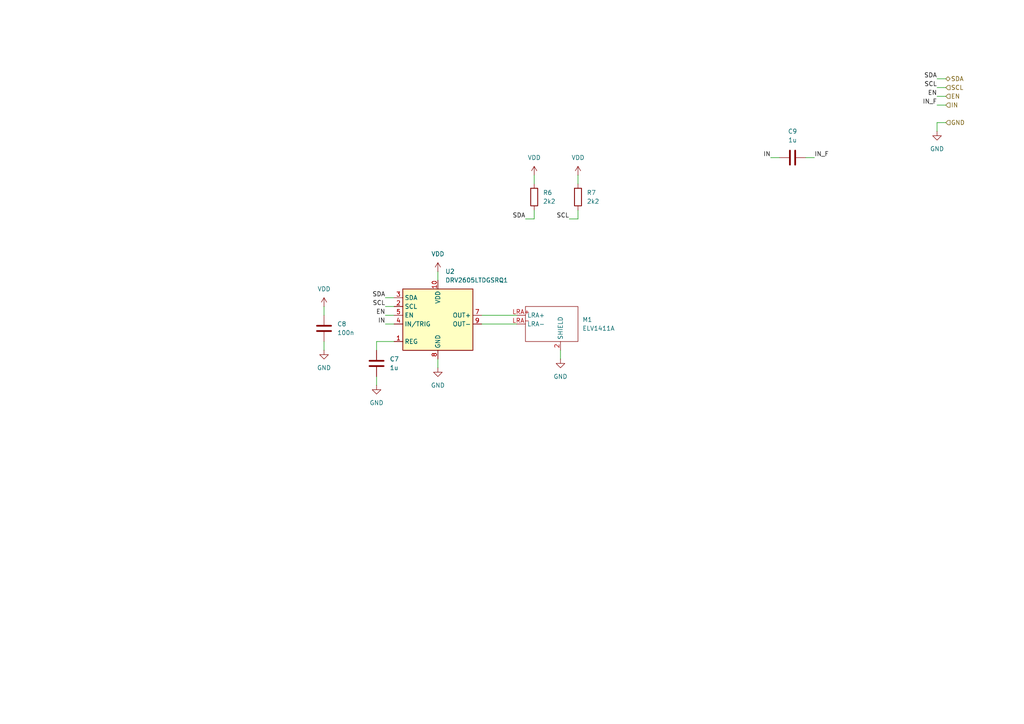
<source format=kicad_sch>
(kicad_sch (version 20250114) (generator "eeschema") (generator_version "9.0")
  (paper "A4")
  (lib_symbols
    (symbol "Component_lib:C" (pin_numbers (hide yes)) (pin_names (offset 0.254))
      (property "Reference" "C" (at 0.635 -1.27 0))
      (property "Value" "C" (at 0.635 -6.35 0))
      (symbol "C_0_1"
        (polyline (pts (xy -2.032 -3.048) (xy 2.032 -3.048)) (stroke (width 0.508)))
        (polyline (pts (xy -2.032 -4.572) (xy 2.032 -4.572)) (stroke (width 0.508)))
      )
      (symbol "C_1_1"
        (pin passive line (at 0 0 270) (length 2.794) (name "~") (number "1"))
        (pin passive line (at 0 -7.62 90) (length 2.794) (name "~") (number "2"))
      )
    )
    (symbol "Component_lib:DRV2605LTDGSRQ1"
      (property "Reference" "U" (at 15.24 7.62 0))
      (property "Value" "DRV2605LTDGSRQ1" (at 15.24 5.08 0))
      (symbol "DRV2605LTDGSRQ1_1_1"
        (rectangle (start 2.54 2.54) (end 22.86 -15.24) (stroke (width 0.254)) (fill (type background)))
        (pin passive line (at 0 0 0) (length 2.54) (name "SDA") (number "3"))
        (pin passive line (at 0 -2.54 0) (length 2.54) (name "SCL") (number "2"))
        (pin passive line (at 0 -5.08 0) (length 2.54) (name "EN") (number "5"))
        (pin passive line (at 0 -7.62 0) (length 2.54) (name "IN/TRIG") (number "4"))
        (pin passive line (at 0 -12.7 0) (length 2.54) (name "REG") (number "1"))
        (pin passive line (at 12.7 5.08 270) (length 2.54) (name "VDD") (number "10"))
        (pin passive line (at 12.7 5.08 270) (length 2.54) (hide yes) (name "VDD/NC") (number "6"))
        (pin passive line (at 12.7 -17.78 90) (length 2.54) (name "GND") (number "8"))
        (pin passive line (at 25.4 -5.08 180) (length 2.54) (name "OUT+") (number "7"))
        (pin passive line (at 25.4 -7.62 180) (length 2.54) (name "OUT-") (number "9"))
      )
    )
    (symbol "Component_lib:ELV1411A"
      (property "Reference" "M" (at 2.54 7.62 0))
      (property "Value" "ELV1411A" (at 2.54 5.08 0))
      (symbol "ELV1411A_0_1"
        (rectangle (start 2.54 2.54) (end 17.78 -7.62))
      )
      (symbol "ELV1411A_1_1"
        (pin input line (at 0 0 0) (length 2.54) (name "LRA+") (number "LRA+"))
        (pin input line (at 0 -2.54 0) (length 2.54) (name "LRA-") (number "LRA-"))
        (pin passive line (at 12.7 -10.16 90) (length 2.54) (name "SHIELD") (number "2"))
      )
    )
    (symbol "Component_lib:R" (pin_numbers (hide yes)) (pin_names (offset 0))
      (property "Reference" "R" (at 2.032 -3.81 90))
      (property "Value" "R" (at 0 -3.81 90))
      (symbol "R_0_1"
        (rectangle (start -1.016 -6.35) (end 1.016 -1.27) (stroke (width 0.254)))
      )
      (symbol "R_1_1"
        (pin passive line (at 0 0 270) (length 1.27) (name "~") (number "1"))
        (pin passive line (at 0 -7.62 90) (length 1.27) (name "~") (number "2"))
      )
    )
    (symbol "power:GND" (power) (pin_numbers (hide yes)) (pin_names (offset 0) (hide yes))
      (property "Value" "GND" (at 0 -3.81 0))
      (symbol "GND_0_1"
        (polyline (pts (xy 0 0) (xy 0 -1.27) (xy 1.27 -1.27) (xy 0 -2.54) (xy -1.27 -1.27) (xy 0 -1.27)))
      )
      (symbol "GND_1_1"
        (pin power_in line (at 0 0 270) (length 0) (name "~") (number "1"))
      )
    )
    (symbol "power:VDD" (power) (pin_numbers (hide yes)) (pin_names (offset 0) (hide yes))
      (property "Value" "VDD" (at 0 3.556 0))
      (symbol "VDD_0_1"
        (polyline (pts (xy -0.762 1.27) (xy 0 2.54)))
        (polyline (pts (xy 0 2.54) (xy 0.762 1.27)))
        (polyline (pts (xy 0 0) (xy 0 2.54)))
      )
      (symbol "VDD_1_1"
        (pin power_in line (at 0 0 90) (length 0) (name "~") (number "1"))
      )
    )
  )
  (wire (pts (xy 167.64 63.5) (xy 167.64 60.96)))
  (wire (pts (xy 271.78 35.56) (xy 271.78 38.1)))
  (wire (pts (xy 93.98 99.06) (xy 93.98 101.6)))
  (wire (pts (xy 271.78 22.86) (xy 274.32 22.86)))
  (wire (pts (xy 109.22 109.22) (xy 109.22 111.76)))
  (wire (pts (xy 154.94 50.8) (xy 154.94 53.34)))
  (wire (pts (xy 167.64 50.8) (xy 167.64 53.34)))
  (wire (pts (xy 152.4 63.5) (xy 154.94 63.5)))
  (wire (pts (xy 111.76 86.36) (xy 114.3 86.36)))
  (wire (pts (xy 127 104.14) (xy 127 106.68)))
  (wire (pts (xy 114.3 99.06) (xy 109.22 99.06)))
  (wire (pts (xy 271.78 30.48) (xy 274.32 30.48)))
  (wire (pts (xy 274.32 35.56) (xy 271.78 35.56)))
  (wire (pts (xy 111.76 88.9) (xy 114.3 88.9)))
  (wire (pts (xy 223.52 45.72) (xy 226.06 45.72)))
  (wire (pts (xy 162.56 101.6) (xy 162.56 104.14)))
  (wire (pts (xy 165.1 63.5) (xy 167.64 63.5)))
  (wire (pts (xy 154.94 63.5) (xy 154.94 60.96)))
  (wire (pts (xy 139.7 91.44) (xy 149.86 91.44)))
  (wire (pts (xy 93.98 88.9) (xy 93.98 91.44)))
  (wire (pts (xy 139.7 93.98) (xy 149.86 93.98)))
  (wire (pts (xy 271.78 27.94) (xy 274.32 27.94)))
  (wire (pts (xy 236.22 45.72) (xy 233.68 45.72)))
  (wire (pts (xy 111.76 93.98) (xy 114.3 93.98)))
  (wire (pts (xy 271.78 25.4) (xy 274.32 25.4)))
  (wire (pts (xy 127 78.74) (xy 127 81.28)))
  (wire (pts (xy 111.76 91.44) (xy 114.3 91.44)))
  (wire (pts (xy 109.22 99.06) (xy 109.22 101.6)))
  (label "SDA" (at 111.76 86.36 180))
  (label "SDA" (at 271.78 22.86 180))
  (label "EN" (at 111.76 91.44 180))
  (label "IN_F" (at 271.78 30.48 180))
  (label "SCL" (at 271.78 25.4 180))
  (label "SCL" (at 165.1 63.5 180))
  (label "IN_F" (at 236.22 45.72 0))
  (label "EN" (at 271.78 27.94 180))
  (label "SCL" (at 111.76 88.9 180))
  (label "SDA" (at 152.4 63.5 180))
  (label "IN" (at 223.52 45.72 180))
  (label "IN" (at 111.76 93.98 180))
  (hierarchical_label "EN" (shape input) (at 274.32 27.94 0))
  (hierarchical_label "GND" (shape input) (at 274.32 35.56 0))
  (hierarchical_label "IN" (shape input) (at 274.32 30.48 0))
  (hierarchical_label "SCL" (shape input) (at 274.32 25.4 0))
  (hierarchical_label "SDA" (shape bidirectional) (at 274.32 22.86 0))
  (symbol (lib_id "power:GND") (at 93.98 101.6 0) (unit 1)
    (property "Reference" "#PWR018" (effects (hide yes)))
    (property "Value" "GND" (at 93.98 106.68 0))
    (property "Description" "Power symbol creates a global label with name \"GND\" , ground" (effects (hide yes)))
  )
  (symbol (lib_id "power:GND") (at 162.56 104.14 0) (unit 1)
    (property "Reference" "#PWR012" (effects (hide yes)))
    (property "Value" "GND" (at 162.56 109.22 0))
    (property "Description" "Power symbol creates a global label with name \"GND\" , ground" (effects (hide yes)))
  )
  (symbol (lib_id "Component_lib:C") (at 109.22 101.6 0) (unit 1)
    (property "Reference" "C7" (at 113.03 104.1399 0) (effects (justify left)))
    (property "Value" "1u" (at 113.03 106.6799 0) (effects (justify left)))
    (property "Description" "Unpolarized capacitor" (effects (hide yes)))
  )
  (symbol (lib_id "power:GND") (at 127 106.68 0) (unit 1)
    (property "Reference" "#PWR011" (effects (hide yes)))
    (property "Value" "GND" (at 127 111.76 0))
    (property "Description" "Power symbol creates a global label with name \"GND\" , ground" (effects (hide yes)))
  )
  (symbol (lib_id "Component_lib:R") (at 167.64 53.34 0) (unit 1)
    (property "Reference" "R7" (at 170.18 55.8799 0) (effects (justify left)))
    (property "Value" "2k2" (at 170.18 58.4199 0) (effects (justify left)))
    (property "Description" "Resistor" (effects (hide yes)))
  )
  (symbol (lib_id "power:GND") (at 109.22 111.76 0) (unit 1)
    (property "Reference" "#PWR014" (effects (hide yes)))
    (property "Value" "GND" (at 109.22 116.84 0))
    (property "Description" "Power symbol creates a global label with name \"GND\" , ground" (effects (hide yes)))
  )
  (symbol (lib_id "power:VDD") (at 167.64 50.8 0) (unit 1)
    (property "Reference" "#PWR016" (effects (hide yes)))
    (property "Value" "VDD" (at 167.64 45.72 0))
    (property "Description" "Power symbol creates a global label with name \"VDD\"" (effects (hide yes)))
  )
  (symbol (lib_id "Component_lib:ELV1411A") (at 149.86 91.44 0) (unit 1)
    (property "Reference" "M1" (at 168.91 92.7099 0) (effects (justify left)))
    (property "Value" "ELV1411A" (at 168.91 95.2499 0) (effects (justify left)))
    (property "Footprint" "Component_lib:ELV1411A" (effects (hide yes)))
    (property "Datasheet" "https://nfpshop.ch/wp-content/uploads/2021/01/NFP-ELV1411A.pdf" (effects (hide yes)))
    (property "Description" "Electromagnetic Linear Vibrator" (effects (hide yes)))
  )
  (symbol (lib_id "power:VDD") (at 154.94 50.8 0) (unit 1)
    (property "Reference" "#PWR015" (effects (hide yes)))
    (property "Value" "VDD" (at 154.94 45.72 0))
    (property "Description" "Power symbol creates a global label with name \"VDD\"" (effects (hide yes)))
  )
  (symbol (lib_id "power:VDD") (at 127 78.74 0) (unit 1)
    (property "Reference" "#PWR013" (effects (hide yes)))
    (property "Value" "VDD" (at 127 73.66 0))
    (property "Description" "Power symbol creates a global label with name \"VDD\"" (effects (hide yes)))
  )
  (symbol (lib_id "Component_lib:C") (at 226.06 45.72 90) (unit 1)
    (property "Reference" "C9" (at 229.87 38.1 90))
    (property "Value" "1u" (at 229.87 40.64 90))
    (property "Description" "Unpolarized capacitor" (effects (hide yes)))
  )
  (symbol (lib_id "Component_lib:C") (at 93.98 91.44 0) (unit 1)
    (property "Reference" "C8" (at 97.79 93.9799 0) (effects (justify left)))
    (property "Value" "100n" (at 97.79 96.5199 0) (effects (justify left)))
    (property "Description" "Unpolarized capacitor" (effects (hide yes)))
  )
  (symbol (lib_id "power:VDD") (at 93.98 88.9 0) (unit 1)
    (property "Reference" "#PWR017" (effects (hide yes)))
    (property "Value" "VDD" (at 93.98 83.82 0))
    (property "Description" "Power symbol creates a global label with name \"VDD\"" (effects (hide yes)))
  )
  (symbol (lib_id "power:GND") (at 271.78 38.1 0) (unit 1)
    (property "Reference" "#PWR05" (effects (hide yes)))
    (property "Value" "GND" (at 271.78 43.18 0))
    (property "Description" "Power symbol creates a global label with name \"GND\" , ground" (effects (hide yes)))
  )
  (symbol (lib_id "Component_lib:DRV2605LTDGSRQ1") (at 114.3 86.36 0) (unit 1)
    (property "Reference" "U2" (at 129.1433 78.74 0) (effects (justify left)))
    (property "Value" "DRV2605LTDGSRQ1" (at 129.1433 81.28 0) (effects (justify left)))
    (property "Footprint" "Component_lib:DRV2605LTDGSRQ1" (effects (hide yes)))
    (property "Datasheet" "https://www.mouser.ch/ProductDetail/Texas-Instruments/DRV2605LTDGSRQ1?qs=bY1dm4K8r4X1ywSIFHWcUw%3D%3D" (effects (hide yes)))
    (property "Description" "Automotive Haptic Driver for ERM and LRA with Built-In Library and Smart Loop Architecture" (effects (hide yes)))
    (property "Height" "1.1" (effects (hide yes)))
    (property "Mouser Part Number" "595-DRV2605LTDGSRQ1" (effects (hide yes)))
    (property "Mouser Price/Stock" "https://www.mouser.co.uk/ProductDetail/Texas-Instruments/DRV2605LTDGSRQ1?qs=bY1dm4K8r4X1ywSIFHWcUw%3D%3D" (effects (hide yes)))
    (property "Manufacturer_Name" "Texas Instruments" (effects (hide yes)))
    (property "Manufacturer_Part_Number" "DRV2605LTDGSRQ1" (effects (hide yes)))
  )
  (symbol (lib_id "Component_lib:R") (at 154.94 53.34 0) (unit 1)
    (property "Reference" "R6" (at 157.48 55.8799 0) (effects (justify left)))
    (property "Value" "2k2" (at 157.48 58.4199 0) (effects (justify left)))
    (property "Description" "Resistor" (effects (hide yes)))
  )
)
</source>
